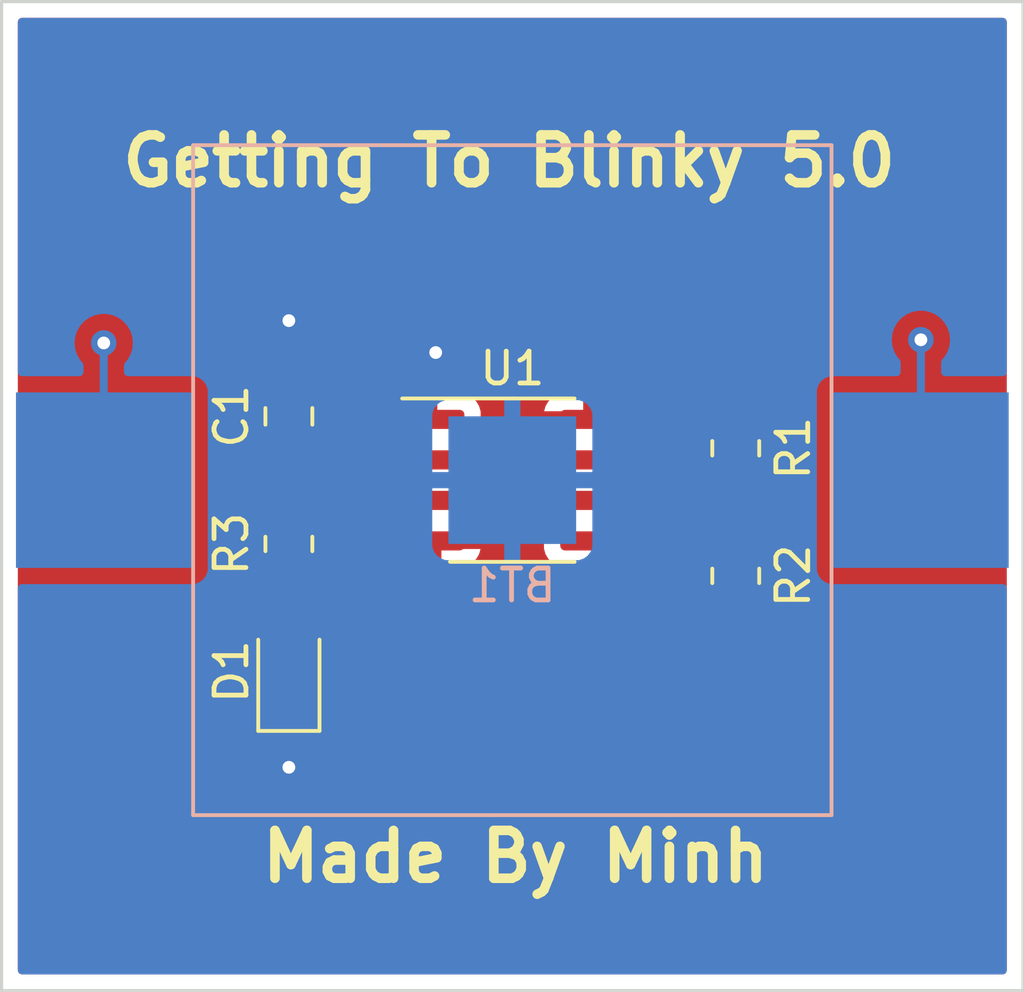
<source format=kicad_pcb>
(kicad_pcb (version 20211014) (generator pcbnew)
  (layers (0 "F.Cu" signal) (31 "B.Cu" signal) (34 "B.Paste" user) (35 "F.Paste" user) (36 "B.SilkS" user "B.Silkscreen") (37 "F.SilkS" user "F.Silkscreen") (38 "B.Mask" user) (39 "F.Mask" user) (44 "Edge.Cuts" user))
  (net 0 "")
  (net 1 "GND")
  (net 2 "Net-(D1-Pad2)")
  (net 3 "Net-(U1-Pad3)")
  (net 5 "/VDD")
  (net 6 "/THR")
  (net 7 "/DIS")
  (footprint "LED_SMD:LED_0805_2012Metric_Pad1.15x1.40mm_HandSolder" (layer "F.Cu") (at 140 94 90)
    (fp_text reference "D1" (at 0 -1.8 90) (layer "F.SilkS"))
    (fp_text value "LED")
    (fp_line (start -1.86 0.96) (end 1 0.96) (layer "F.SilkS") (width 0.12))
    (fp_line (start -1.86 -0.96) (end -1.86 0.96) (layer "F.SilkS") (width 0.12))
    (fp_line (start 1 -0.96) (end -1.86 -0.96) (layer "F.SilkS") (width 0.12))
    (pad "1" smd roundrect (at -1.025 0 90) (size 1.15 1.4) (layers "F.Cu" "F.Paste" "F.Mask") (roundrect_rratio 0.217391) (net 1 "GND"))
    (pad "2" smd roundrect (at 1.025 0 90) (size 1.15 1.4) (layers "F.Cu" "F.Paste" "F.Mask") (roundrect_rratio 0.217391) (net 2 "Net-(D1-Pad2)"))
  )
  (footprint "Resistor_SMD:R_0805_2012Metric_Pad1.20x1.40mm_HandSolder" (layer "F.Cu") (at 154 87 -90)
    (fp_text reference "R1" (at 0 -1.8 90) (layer "F.SilkS"))
    (fp_text value "1K")
    (fp_line (start -0.227064 -0.735) (end 0.227064 -0.735) (layer "F.SilkS") (width 0.12))
    (fp_line (start -0.227064 0.735) (end 0.227064 0.735) (layer "F.SilkS") (width 0.12))
    (pad "1" smd roundrect (at -1 0 270) (size 1.2 1.4) (layers "F.Cu" "F.Paste" "F.Mask") (roundrect_rratio 0.208333) (net 5 "/VDD"))
    (pad "2" smd roundrect (at 1 0 270) (size 1.2 1.4) (layers "F.Cu" "F.Paste" "F.Mask") (roundrect_rratio 0.208333) (net 7 "/DIS"))
  )
  (footprint "Capacitor_SMD:C_0805_2012Metric_Pad1.18x1.45mm_HandSolder" (layer "F.Cu") (at 140 86 90)
    (fp_text reference "C1" (at 0 -1.8 90) (layer "F.SilkS"))
    (fp_text value "1U")
    (fp_line (start -0.261252 0.735) (end 0.261252 0.735) (layer "F.SilkS") (width 0.12))
    (fp_line (start -0.261252 -0.735) (end 0.261252 -0.735) (layer "F.SilkS") (width 0.12))
    (pad "1" smd roundrect (at -1.0375 0 90) (size 1.175 1.45) (layers "F.Cu" "F.Paste" "F.Mask") (roundrect_rratio 0.212766) (net 6 "/THR"))
    (pad "2" smd roundrect (at 1.0375 0 90) (size 1.175 1.45) (layers "F.Cu" "F.Paste" "F.Mask") (roundrect_rratio 0.212766) (net 1 "GND"))
  )
  (footprint "Resistor_SMD:R_0805_2012Metric_Pad1.20x1.40mm_HandSolder" (layer "F.Cu") (at 140 90 -90)
    (fp_text reference "R3" (at 0 1.8 90) (layer "F.SilkS"))
    (fp_text value "1K")
    (fp_line (start -0.227064 -0.735) (end 0.227064 -0.735) (layer "F.SilkS") (width 0.12))
    (fp_line (start -0.227064 0.735) (end 0.227064 0.735) (layer "F.SilkS") (width 0.12))
    (pad "1" smd roundrect (at -1 0 270) (size 1.2 1.4) (layers "F.Cu" "F.Paste" "F.Mask") (roundrect_rratio 0.208333) (net 3 "Net-(U1-Pad3)"))
    (pad "2" smd roundrect (at 1 0 270) (size 1.2 1.4) (layers "F.Cu" "F.Paste" "F.Mask") (roundrect_rratio 0.208333) (net 2 "Net-(D1-Pad2)"))
  )
  (footprint "Resistor_SMD:R_0805_2012Metric_Pad1.20x1.40mm_HandSolder" (layer "F.Cu") (at 154 91 -90)
    (fp_text reference "R2" (at 0 -1.8 90) (layer "F.SilkS"))
    (fp_text value "470K")
    (fp_line (start -0.227064 0.735) (end 0.227064 0.735) (layer "F.SilkS") (width 0.12))
    (fp_line (start -0.227064 -0.735) (end 0.227064 -0.735) (layer "F.SilkS") (width 0.12))
    (pad "1" smd roundrect (at -1 0 270) (size 1.2 1.4) (layers "F.Cu" "F.Paste" "F.Mask") (roundrect_rratio 0.208333) (net 7 "/DIS"))
    (pad "2" smd roundrect (at 1 0 270) (size 1.2 1.4) (layers "F.Cu" "F.Paste" "F.Mask") (roundrect_rratio 0.208333) (net 6 "/THR"))
  )
  (footprint "Package_SO:SOIC-8_3.9x4.9mm_P1.27mm" (layer "F.Cu") (at 147 88)
    (fp_text reference "U1" (at 0 -3.5) (layer "F.SilkS"))
    (fp_text value "7555")
    (fp_line (start 0 2.56) (end -1.95 2.56) (layer "F.SilkS") (width 0.12))
    (fp_line (start 0 -2.56) (end -3.45 -2.56) (layer "F.SilkS") (width 0.12))
    (fp_line (start 0 2.56) (end 1.95 2.56) (layer "F.SilkS") (width 0.12))
    (fp_line (start 0 -2.56) (end 1.95 -2.56) (layer "F.SilkS") (width 0.12))
    (pad "1" smd roundrect (at -2.475 -1.905) (size 1.95 0.6) (layers "F.Cu" "F.Paste" "F.Mask") (net 1 "GND"))
    (pad "2" smd roundrect (at -2.475 -0.635) (size 1.95 0.6) (layers "F.Cu" "F.Paste" "F.Mask") (net 6 "/THR"))
    (pad "3" smd roundrect (at -2.475 0.635) (size 1.95 0.6) (layers "F.Cu" "F.Paste" "F.Mask") (net 3 "Net-(U1-Pad3)"))
    (pad "4" smd roundrect (at -2.475 1.905) (size 1.95 0.6) (layers "F.Cu" "F.Paste" "F.Mask") (net 5 "/VDD"))
    (pad "5" smd roundrect (at 2.475 1.905) (size 1.95 0.6) (layers "F.Cu" "F.Paste" "F.Mask"))
    (pad "6" smd roundrect (at 2.475 0.635) (size 1.95 0.6) (layers "F.Cu" "F.Paste" "F.Mask") (net 6 "/THR"))
    (pad "7" smd roundrect (at 2.475 -0.635) (size 1.95 0.6) (layers "F.Cu" "F.Paste" "F.Mask") (net 7 "/DIS"))
    (pad "8" smd roundrect (at 2.475 -1.905) (size 1.95 0.6) (layers "F.Cu" "F.Paste" "F.Mask") (net 5 "/VDD"))
  )
  (footprint "GettingToBlinky5:S8211-46R" (layer "B.Cu") (at 147 88 180)
    (fp_text reference "BT1" (at 0 -3.3 unlocked) (layer "B.SilkS") (effects (justify mirror)))
    (fp_text value "CR2032")
    (fp_line (start -10 -10.5) (end -10 10.5) (layer "B.SilkS") (width 0.12))
    (fp_line (start 10 10.5) (end 10 -10.5) (layer "B.SilkS") (width 0.12))
    (fp_line (start -10 10.5) (end 10 10.5) (layer "B.SilkS") (width 0.12))
    (fp_line (start 10 -10.5) (end -10 -10.5) (layer "B.SilkS") (width 0.12))
    (pad "1" smd rect (at -12.8 0 180) (size 5.5 5.5) (layers "B.Cu" "B.Paste" "B.Mask") (net 5 "/VDD"))
    (pad "1" smd rect (at 12.8 0 180) (size 5.5 5.5) (layers "B.Cu" "B.Paste" "B.Mask") (net 5 "/VDD"))
    (pad "2" smd rect (at 0 0 180) (size 4 4) (layers "B.Cu" "B.Paste" "B.Mask") (net 1 "GND"))
  )
  (gr_line (start 131 104) (end 163 104) (layer "Edge.Cuts") (width 0.1))
  (gr_line (start 163 104) (end 163 73) (layer "Edge.Cuts") (width 0.1))
  (gr_line (start 131 73) (end 131 104) (layer "Edge.Cuts") (width 0.1))
  (gr_line (start 163 73) (end 131 73) (layer "Edge.Cuts") (width 0.1))
  (gr_text "Getting To Blinky 5.0" (at 146.9 78) (layer "F.SilkS") (effects (font (size 1.5 1.5) (thickness 0.3))))
  (gr_text "Made By Minh" (at 147.1 99.8) (layer "F.SilkS") (effects (font (size 1.5 1.5) (thickness 0.3))))
  (segment (start 140 95.025) (end 140 97) (width 0.25) (layer "F.Cu") (net 1))
  (segment (start 140 84.9625) (end 140 83) (width 0.25) (layer "F.Cu") (net 1))
  (segment (start 144.525 84.075) (end 144.525 86.095) (width 0.25) (layer "F.Cu") (net 1))
  (segment (start 144.6 84) (end 144.525 84.075) (width 0.25) (layer "F.Cu") (net 1))
  (via (at 140 97) (size 0.8) (drill 0.4) (layers "F.Cu" "B.Cu") (net 1))
  (via (at 144.6 84) (size 0.8) (drill 0.4) (layers "F.Cu" "B.Cu") (net 1))
  (via (at 140 83) (size 0.8) (drill 0.4) (layers "F.Cu" "B.Cu") (net 1))
  (segment (start 140 91) (end 140 92.975) (width 0.25) (layer "F.Cu") (net 2))
  (segment (start 142.265 88.635) (end 144.3 88.635) (width 0.25) (layer "F.Cu") (net 3))
  (segment (start 140 89) (end 141.9 89) (width 0.25) (layer "F.Cu") (net 3))
  (segment (start 141.9 89) (end 142.265 88.635) (width 0.25) (layer "F.Cu") (net 3))
  (via (at 134.2 83.7) (size 0.8) (drill 0.4) (layers "F.Cu" "B.Cu") (net 5))
  (via (at 159.8 83.6) (size 0.8) (drill 0.4) (layers "F.Cu" "B.Cu") (net 5))
  (segment (start 159.8 88) (end 159.8 83.6) (width 0.25) (layer "B.Cu") (net 5))
  (segment (start 134.2 88) (end 134.2 83.7) (width 0.25) (layer "B.Cu") (net 5))
  (segment (start 141.8375 87.0375) (end 142.165 87.365) (width 0.25) (layer "F.Cu") (net 6))
  (segment (start 152.3 91.5) (end 152.3 89.1) (width 0.25) (layer "F.Cu") (net 6))
  (segment (start 142.165 87.365) (end 144.3 87.365) (width 0.25) (layer "F.Cu") (net 6))
  (segment (start 144.525 87.365) (end 146.065 87.365) (width 0.25) (layer "F.Cu") (net 6))
  (segment (start 140 87.0375) (end 141.8375 87.0375) (width 0.25) (layer "F.Cu") (net 6))
  (segment (start 152.3 89.1) (end 151.835 88.635) (width 0.25) (layer "F.Cu") (net 6))
  (segment (start 151.835 88.635) (end 149.475 88.635) (width 0.25) (layer "F.Cu") (net 6))
  (segment (start 154 92) (end 152.8 92) (width 0.25) (layer "F.Cu") (net 6))
  (segment (start 147.335 88.635) (end 149.475 88.635) (width 0.25) (layer "F.Cu") (net 6))
  (segment (start 146.065 87.365) (end 147.335 88.635) (width 0.25) (layer "F.Cu") (net 6))
  (segment (start 152.8 92) (end 152.3 91.5) (width 0.25) (layer "F.Cu") (net 6))
  (segment (start 149.475 87.365) (end 151.465 87.365) (width 0.25) (layer "F.Cu") (net 7))
  (segment (start 151.465 87.365) (end 152.1 88) (width 0.25) (layer "F.Cu") (net 7))
  (segment (start 154 88) (end 154 90) (width 0.25) (layer "F.Cu") (net 7))
  (segment (start 152.1 88) (end 154 88) (width 0.25) (layer "F.Cu") (net 7))
  (zone (net 5) (net_name "/VDD") (layer "F.Cu") (connect_pads (clearance 0.508)) (min_thickness 0.254) (fill yes (thermal_gap 0.508) (thermal_bridge_width 0.508))
    (polygon (pts (xy 163 104) (xy 131 104) (xy 131 73) (xy 163 73)))
  )
  (zone (net 1) (net_name "GND") (layer "B.Cu") (connect_pads (clearance 0.508)) (min_thickness 0.254) (fill yes (thermal_gap 0.508) (thermal_bridge_width 0.508))
    (polygon (pts (xy 163 104) (xy 131 104) (xy 131 73) (xy 163 73)))
  )
)
</source>
